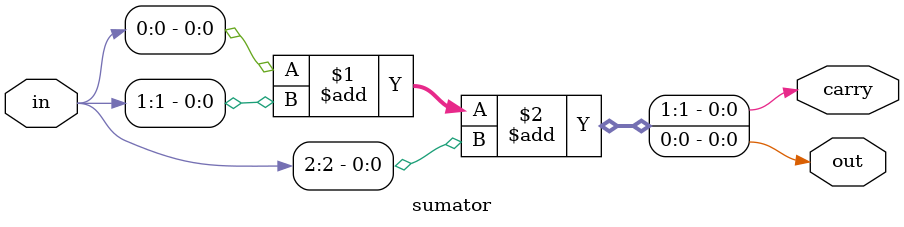
<source format=v>
module sumator
(
	input   [2:0]   in,
	output          out,
	output          carry
);

	assign {carry, out} = in[0] + in[1] + in[2];

endmodule

</source>
